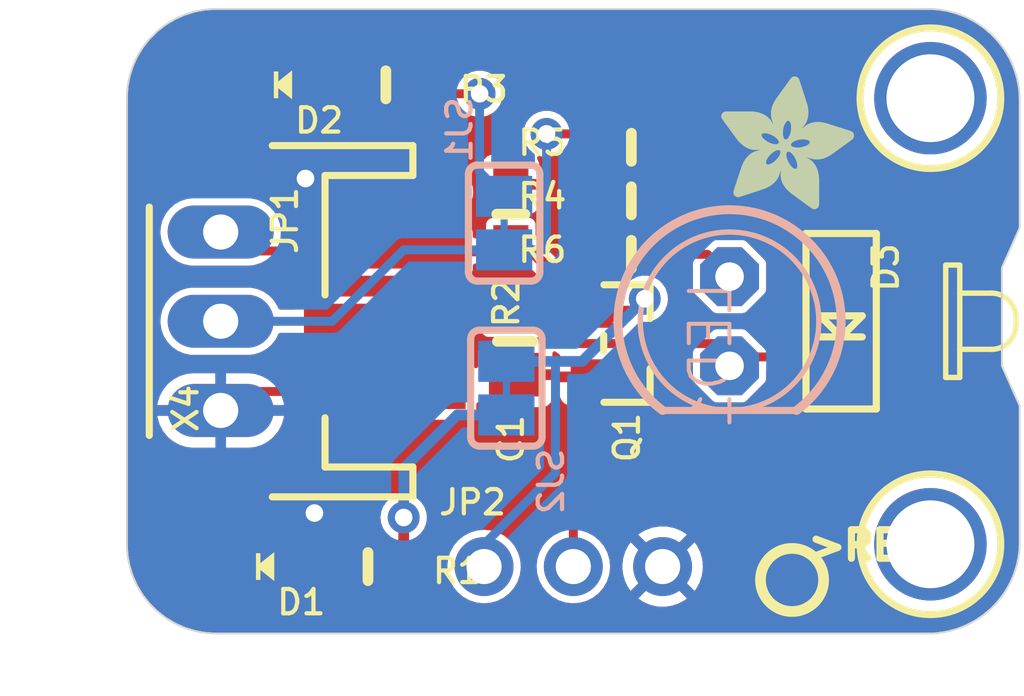
<source format=kicad_pcb>
(kicad_pcb (version 20211014) (generator pcbnew)
  (layers (0 "F.Cu" signal) (1 "In1.Cu" signal) (2 "In2.Cu" signal) (3 "In3.Cu" signal) (4 "In4.Cu" signal) (5 "In5.Cu" signal) (6 "In6.Cu" signal) (7 "In7.Cu" signal) (8 "In8.Cu" signal) (9 "In9.Cu" signal) (10 "In10.Cu" signal) (11 "In11.Cu" signal) (12 "In12.Cu" signal) (13 "In13.Cu" signal) (14 "In14.Cu" signal) (31 "B.Cu" signal) (34 "B.Paste" user) (35 "F.Paste" user) (36 "B.SilkS" user "B.Silkscreen") (37 "F.SilkS" user "F.Silkscreen") (38 "B.Mask" user) (39 "F.Mask" user) (44 "Edge.Cuts" user))
  (net 0 "")
  (net 1 "GND")
  (net 2 "SIGNAL")
  (net 3 "N$26")
  (net 4 "VIN")
  (net 5 "N$1")
  (net 6 "N$3")
  (net 7 "N$2")
  (net 8 "N$4")
  (net 9 "N$5")
  (net 10 "N$6")
  (net 11 "N$7")
  (footprint "eagleBoard:0603-NO" (layer "F.Cu") (at 143.1671 98.2726)
    (fp_text reference "R3" (at 2.032 0.127) (layer "F.SilkS") (effects (font (size 0.692831 0.692831) (thickness 0.119969)) (justify left)))
    (fp_text value "33K")
    (pad "1" smd rect (at -0.85 0) (size 1.075 1) (layers "F.Cu" "F.Paste" "F.Mask") (net 3 "N$26"))
    (pad "2" smd rect (at 0.85 0) (size 1.075 1) (layers "F.Cu" "F.Paste" "F.Mask") (net 5 "N$1"))
  )
  (footprint "eagleBoard:CHIPLED_1206" (layer "F.Cu") (at 156.1211 105.0036 180)
    (fp_text reference "D3" (at -1.27 2.286 90) (layer "F.SilkS") (effects (font (size 0.692831 0.692831) (thickness 0.119969)) (justify right)))
    (fp_text value "1206 IR 940nm")
    (pad "A" smd rect (at 0 1.496 180) (size 1.5 1.5) (layers "F.Cu" "F.Paste" "F.Mask") (net 9 "N$5"))
    (pad "C" smd rect (at 0 -1.496 180) (size 1.5 1.5) (layers "F.Cu" "F.Paste" "F.Mask") (net 8 "N$4"))
  )
  (footprint "eagleBoard:ADAFRUIT_3.5MM" (layer "F.Cu") (at 152.6921 101.8286)
    (fp_text reference "U$10" hide)
    (fp_text value "" hide)
  )
  (footprint "eagleBoard:PLABEL3" (layer "F.Cu") (at 146.8501 99.4156)
    (fp_text reference "PLABEL3" hide)
    (fp_text value "" hide)
  )
  (footprint "eagleBoard:0603-NO" (layer "F.Cu") (at 146.7231 101.9556 -90)
    (fp_text reference "R2" (at 1.778 0.127 90) (layer "F.SilkS") (effects (font (size 0.692831 0.692831) (thickness 0.119969)) (justify right)))
    (fp_text value "10K")
    (pad "1" smd rect (at -0.85 0 270) (size 1.075 1) (layers "F.Cu" "F.Paste" "F.Mask") (net 1 "GND"))
    (pad "2" smd rect (at 0.85 0 270) (size 1.075 1) (layers "F.Cu" "F.Paste" "F.Mask") (net 2 "SIGNAL"))
  )
  (footprint "eagleBoard:PLABEL0" (layer "F.Cu") (at 136.4361 98.7806)
    (fp_text reference "PLABEL0" hide)
    (fp_text value "" hide)
  )
  (footprint "eagleBoard:CHIPLED_0603_NOOUTLINE" (layer "F.Cu") (at 139.7381 111.9886 90)
    (fp_text reference "D1" (at -1.016 1.778) (layer "F.SilkS") (effects (font (size 0.692831 0.692831) (thickness 0.119969)) (justify right)))
    (fp_text value "RED")
    (pad "A" smd rect (at 0 0.75 90) (size 0.8 0.8) (layers "F.Cu" "F.Paste" "F.Mask") (net 7 "N$2"))
    (pad "C" smd rect (at 0 -0.75 90) (size 0.8 0.8) (layers "F.Cu" "F.Paste" "F.Mask") (net 1 "GND"))
  )
  (footprint "eagleBoard:PLABEL2" (layer "F.Cu") (at 145.4531 110.9726)
    (fp_text reference "PLABEL2" hide)
    (fp_text value "" hide)
  )
  (footprint "eagleBoard:1X03_ROUND" (layer "F.Cu") (at 148.5011 111.9886)
    (fp_text reference "JP2" (at -3.8862 -1.8288) (layer "F.SilkS") (effects (font (size 0.692831 0.692831) (thickness 0.119969)) (justify left)))
    (fp_text value "0.1\" Header")
    (pad "1" thru_hole circle (at -2.54 0 90) (size 1.6764 1.6764) (drill 1) (layers *.Cu *.Mask) (net 2 "SIGNAL"))
    (pad "2" thru_hole circle (at 0 0 90) (size 1.6764 1.6764) (drill 1) (layers *.Cu *.Mask) (net 4 "VIN"))
    (pad "3" thru_hole circle (at 2.54 0 90) (size 1.6764 1.6764) (drill 1) (layers *.Cu *.Mask) (net 1 "GND"))
  )
  (footprint "eagleBoard:MOUNTINGHOLE_2.5_PLATED" (layer "F.Cu") (at 158.6611 111.3536)
    (fp_text reference "U$1" hide)
    (fp_text value "MOUNTINGHOLE2.5" hide)
    (pad "P$1" thru_hole circle (at 0 0) (size 3.2 3.2) (drill 2.5) (layers *.Cu *.Mask))
    (zone (net 0) (net_name "") (layer "F.Cu") (connect_pads (clearance 0)) (min_thickness 0.254)
      (keepout (tracks not_allowed) (vias not_allowed) (pads not_allowed) (copperpour not_allowed) (footprints allowed))
      (fill (thermal_gap 0.508) (thermal_bridge_width 0.508))
      (polygon (pts (xy 160.6771 111.3536) (xy 160.646472 111.003525) (xy 160.55552 110.664087) (xy 160.407007 110.3456) (xy 160.205446 110.05774) (xy 159.95696 109.809254) (xy 159.6691 109.607693) (xy 159.350613 109.45918) (xy 159.011175 109.368228) (xy 158.6611 109.3376) (xy 158.311025 109.368228) (xy 157.971587 109.45918) (xy 157.6531 109.607693) (xy 157.36524 109.809254) (xy 157.116754 110.05774) (xy 156.915193 110.3456) (xy 156.76668 110.664087) (xy 156.675728 111.003525) (xy 156.6451 111.3536) (xy 156.675728 111.703675) (xy 156.76668 112.043113) (xy 156.915193 112.3616) (xy 157.116754 112.64946) (xy 157.36524 112.897946) (xy 157.6531 113.099507) (xy 157.971587 113.24802) (xy 158.311025 113.338972) (xy 158.6611 113.3696) (xy 159.011175 113.338972) (xy 159.350613 113.24802) (xy 159.6691 113.099507) (xy 159.95696 112.897946) (xy 160.205446 112.64946) (xy 160.407007 112.3616) (xy 160.55552 112.043113) (xy 160.646472 111.703675)))
      (polygon (pts (xy 158.6451 111.3536) (xy 158.645343 111.356378) (xy 158.646065 111.359072) (xy 158.647244 111.3616) (xy 158.648843 111.363885) (xy 158.650815 111.365857) (xy 158.6531 111.367456) (xy 158.655628 111.368635) (xy 158.658322 111.369357) (xy 158.6611 111.3696) (xy 158.663878 111.369357) (xy 158.666572 111.368635) (xy 158.6691 111.367456) (xy 158.671385 111.365857) (xy 158.673357 111.363885) (xy 158.674956 111.3616) (xy 158.676135 111.359072) (xy 158.676857 111.356378) (xy 158.6771 111.3536) (xy 158.676857 111.350822) (xy 158.676135 111.348128) (xy 158.674956 111.3456) (xy 158.673357 111.343315) (xy 158.671385 111.341343) (xy 158.6691 111.339744) (xy 158.666572 111.338565) (xy 158.663878 111.337843) (xy 158.6611 111.3376) (xy 158.658322 111.337843) (xy 158.655628 111.338565) (xy 158.6531 111.339744) (xy 158.650815 111.341343) (xy 158.648843 111.343315) (xy 158.647244 111.3456) (xy 158.646065 111.348128) (xy 158.645343 111.350822)))
    )
    (zone (net 0) (net_name "") (layer "B.Cu") (connect_pads (clearance 0)) (min_thickness 0.254)
      (keepout (tracks not_allowed) (vias not_allowed) (pads not_allowed) (copperpour not_allowed) (footprints allowed))
      (fill (thermal_gap 0.508) (thermal_bridge_width 0.508))
      (polygon (pts (xy 160.6771 111.3536) (xy 160.646472 111.003525) (xy 160.55552 110.664087) (xy 160.407007 110.3456) (xy 160.205446 110.05774) (xy 159.95696 109.809254) (xy 159.6691 109.607693) (xy 159.350613 109.45918) (xy 159.011175 109.368228) (xy 158.6611 109.3376) (xy 158.311025 109.368228) (xy 157.971587 109.45918) (xy 157.6531 109.607693) (xy 157.36524 109.809254) (xy 157.116754 110.05774) (xy 156.915193 110.3456) (xy 156.76668 110.664087) (xy 156.675728 111.003525) (xy 156.6451 111.3536) (xy 156.675728 111.703675) (xy 156.76668 112.043113) (xy 156.915193 112.3616) (xy 157.116754 112.64946) (xy 157.36524 112.897946) (xy 157.6531 113.099507) (xy 157.971587 113.24802) (xy 158.311025 113.338972) (xy 158.6611 113.3696) (xy 159.011175 113.338972) (xy 159.350613 113.24802) (xy 159.6691 113.099507) (xy 159.95696 112.897946) (xy 160.205446 112.64946) (xy 160.407007 112.3616) (xy 160.55552 112.043113) (xy 160.646472 111.703675)))
      (polygon (pts (xy 158.6451 111.3536) (xy 158.645343 111.356378) (xy 158.646065 111.359072) (xy 158.647244 111.3616) (xy 158.648843 111.363885) (xy 158.650815 111.365857) (xy 158.6531 111.367456) (xy 158.655628 111.368635) (xy 158.658322 111.369357) (xy 158.6611 111.3696) (xy 158.663878 111.369357) (xy 158.666572 111.368635) (xy 158.6691 111.367456) (xy 158.671385 111.365857) (xy 158.673357 111.363885) (xy 158.674956 111.3616) (xy 158.676135 111.359072) (xy 158.676857 111.356378) (xy 158.6771 111.3536) (xy 158.676857 111.350822) (xy 158.676135 111.348128) (xy 158.674956 111.3456) (xy 158.673357 111.343315) (xy 158.671385 111.341343) (xy 158.6691 111.339744) (xy 158.666572 111.338565) (xy 158.663878 111.337843) (xy 158.6611 111.3376) (xy 158.658322 111.337843) (xy 158.655628 111.338565) (xy 158.6531 111.339744) (xy 158.650815 111.341343) (xy 158.648843 111.343315) (xy 158.647244 111.3456) (xy 158.646065 111.348128) (xy 158.645343 111.350822)))
    )
  )
  (footprint "eagleBoard:MOUNTINGHOLE_2.5_PLATED" (layer "F.Cu") (at 158.6611 98.6536)
    (fp_text reference "U$8" hide)
    (fp_text value "MOUNTINGHOLE2.5" hide)
    (pad "P$1" thru_hole circle (at 0 0) (size 3.2 3.2) (drill 2.5) (layers *.Cu *.Mask))
    (zone (net 0) (net_name "") (layer "F.Cu") (connect_pads (clearance 0)) (min_thickness 0.254)
      (keepout (tracks not_allowed) (vias not_allowed) (pads not_allowed) (copperpour not_allowed) (footprints allowed))
      (fill (thermal_gap 0.508) (thermal_bridge_width 0.508))
      (polygon (pts (xy 160.6771 98.6536) (xy 160.646472 98.303525) (xy 160.55552 97.964087) (xy 160.407007 97.6456) (xy 160.205446 97.35774) (xy 159.95696 97.109254) (xy 159.6691 96.907693) (xy 159.350613 96.75918) (xy 159.011175 96.668228) (xy 158.6611 96.6376) (xy 158.311025 96.668228) (xy 157.971587 96.75918) (xy 157.6531 96.907693) (xy 157.36524 97.109254) (xy 157.116754 97.35774) (xy 156.915193 97.6456) (xy 156.76668 97.964087) (xy 156.675728 98.303525) (xy 156.6451 98.6536) (xy 156.675728 99.003675) (xy 156.76668 99.343113) (xy 156.915193 99.6616) (xy 157.116754 99.94946) (xy 157.36524 100.197946) (xy 157.6531 100.399507) (xy 157.971587 100.54802) (xy 158.311025 100.638972) (xy 158.6611 100.6696) (xy 159.011175 100.638972) (xy 159.350613 100.54802) (xy 159.6691 100.399507) (xy 159.95696 100.197946) (xy 160.205446 99.94946) (xy 160.407007 99.6616) (xy 160.55552 99.343113) (xy 160.646472 99.003675)))
      (polygon (pts (xy 158.6451 98.6536) (xy 158.645343 98.656378) (xy 158.646065 98.659072) (xy 158.647244 98.6616) (xy 158.648843 98.663885) (xy 158.650815 98.665857) (xy 158.6531 98.667456) (xy 158.655628 98.668635) (xy 158.658322 98.669357) (xy 158.6611 98.6696) (xy 158.663878 98.669357) (xy 158.666572 98.668635) (xy 158.6691 98.667456) (xy 158.671385 98.665857) (xy 158.673357 98.663885) (xy 158.674956 98.6616) (xy 158.676135 98.659072) (xy 158.676857 98.656378) (xy 158.6771 98.6536) (xy 158.676857 98.650822) (xy 158.676135 98.648128) (xy 158.674956 98.6456) (xy 158.673357 98.643315) (xy 158.671385 98.641343) (xy 158.6691 98.639744) (xy 158.666572 98.638565) (xy 158.663878 98.637843) (xy 158.6611 98.6376) (xy 158.658322 98.637843) (xy 158.655628 98.638565) (xy 158.6531 98.639744) (xy 158.650815 98.641343) (xy 158.648843 98.643315) (xy 158.647244 98.6456) (xy 158.646065 98.648128) (xy 158.645343 98.650822)))
    )
    (zone (net 0) (net_name "") (layer "B.Cu") (connect_pads (clearance 0)) (min_thickness 0.254)
      (keepout (tracks not_allowed) (vias not_allowed) (pads not_allowed) (copperpour not_allowed) (footprints allowed))
      (fill (thermal_gap 0.508) (thermal_bridge_width 0.508))
      (polygon (pts (xy 160.6771 98.6536) (xy 160.646472 98.303525) (xy 160.55552 97.964087) (xy 160.407007 97.6456) (xy 160.205446 97.35774) (xy 159.95696 97.109254) (xy 159.6691 96.907693) (xy 159.350613 96.75918) (xy 159.011175 96.668228) (xy 158.6611 96.6376) (xy 158.311025 96.668228) (xy 157.971587 96.75918) (xy 157.6531 96.907693) (xy 157.36524 97.109254) (xy 157.116754 97.35774) (xy 156.915193 97.6456) (xy 156.76668 97.964087) (xy 156.675728 98.303525) (xy 156.6451 98.6536) (xy 156.675728 99.003675) (xy 156.76668 99.343113) (xy 156.915193 99.6616) (xy 157.116754 99.94946) (xy 157.36524 100.197946) (xy 157.6531 100.399507) (xy 157.971587 100.54802) (xy 158.311025 100.638972) (xy 158.6611 100.6696) (xy 159.011175 100.638972) (xy 159.350613 100.54802) (xy 159.6691 100.399507) (xy 159.95696 100.197946) (xy 160.205446 99.94946) (xy 160.407007 99.6616) (xy 160.55552 99.343113) (xy 160.646472 99.003675)))
      (polygon (pts (xy 158.6451 98.6536) (xy 158.645343 98.656378) (xy 158.646065 98.659072) (xy 158.647244 98.6616) (xy 158.648843 98.663885) (xy 158.650815 98.665857) (xy 158.6531 98.667456) (xy 158.655628 98.668635) (xy 158.658322 98.669357) (xy 158.6611 98.6696) (xy 158.663878 98.669357) (xy 158.666572 98.668635) (xy 158.6691 98.667456) (xy 158.671385 98.665857) (xy 158.673357 98.663885) (xy 158.674956 98.6616) (xy 158.676135 98.659072) (xy 158.676857 98.656378) (xy 158.6771 98.6536) (xy 158.676857 98.650822) (xy 158.676135 98.648128) (xy 158.674956 98.6456) (xy 158.673357 98.643315) (xy 158.671385 98.641343) (xy 158.6691 98.639744) (xy 158.666572 98.638565) (xy 158.663878 98.637843) (xy 158.6611 98.6376) (xy 158.658322 98.637843) (xy 158.655628 98.638565) (xy 158.6531 98.639744) (xy 158.650815 98.641343) (xy 158.648843 98.643315) (xy 158.647244 98.6456) (xy 158.646065 98.648128) (xy 158.645343 98.650822)))
    )
  )
  (footprint "eagleBoard:0805-NO" (layer "F.Cu") (at 146.8501 105.5751 -90)
    (fp_text reference "C1" (at 2.032 0.127 90) (layer "F.SilkS") (effects (font (size 0.692831 0.692831) (thickness 0.119969)) (justify right)))
    (fp_text value "10uF")
    (pad "1" smd rect (at -0.95 0 270) (size 1.24 1.5) (layers "F.Cu" "F.Paste" "F.Mask") (net 4 "VIN"))
    (pad "2" smd rect (at 0.95 0 270) (size 1.24 1.5) (layers "F.Cu" "F.Paste" "F.Mask") (net 1 "GND"))
  )
  (footprint "eagleBoard:PLABEL1" (layer "F.Cu") (at 136.3091 112.3696)
    (fp_text reference "PLABEL1" hide)
    (fp_text value "" hide)
  )
  (footprint "eagleBoard:LED_1206_SIDE" (layer "F.Cu") (at 159.2961 105.0036 90)
    (fp_text reference "D4" hide)
    (fp_text value "1206 IR 940nm Side" hide)
    (pad "A" smd rect (at 1.4 0 90) (size 1 1) (layers "F.Cu" "F.Paste" "F.Mask") (net 10 "N$6"))
    (pad "C" smd rect (at -1.4 0 90) (size 1 1) (layers "F.Cu" "F.Paste" "F.Mask") (net 8 "N$4"))
    (pad "MT" smd rect (at 0 -0.3 90) (size 0.6 0.6) (layers "F.Cu" "F.Paste" "F.Mask"))
  )
  (footprint "eagleBoard:0603-NO" (layer "F.Cu") (at 150.1521 103.0986 180)
    (fp_text reference "R6" (at 1.778 0.127) (layer "F.SilkS") (effects (font (size 0.692831 0.692831) (thickness 0.119969)) (justify right)))
    (fp_text value "22")
    (pad "1" smd rect (at -0.85 0 180) (size 1.075 1) (layers "F.Cu" "F.Paste" "F.Mask") (net 11 "N$7"))
    (pad "2" smd rect (at 0.85 0 180) (size 1.075 1) (layers "F.Cu" "F.Paste" "F.Mask") (net 4 "VIN"))
  )
  (footprint "eagleBoard:JSTPH3" (layer "F.Cu") (at 140.4366 105.0036 90)
    (fp_text reference "X4" (at -3.2225 -2.9685 90) (layer "F.SilkS") (effects (font (size 0.692831 0.692831) (thickness 0.119969)) (justify left)))
    (fp_text value "JST PH 3")
    (pad "1" smd rect (at -2 2.7 90) (size 1 4.6) (layers "F.Cu" "F.Paste" "F.Mask") (net 1 "GND"))
    (pad "2" smd rect (at 0 2.7 90) (size 1 4.6) (layers "F.Cu" "F.Paste" "F.Mask") (net 4 "VIN"))
    (pad "3" smd rect (at 2 2.7 90) (size 1 4.6) (layers "F.Cu" "F.Paste" "F.Mask") (net 2 "SIGNAL"))
    (pad "NC1" smd rect (at -4.4 -2.5 180) (size 3.4 1.6) (layers "F.Cu" "F.Paste" "F.Mask"))
    (pad "NC2" smd rect (at 4.4 -2.5 180) (size 3.4 1.6) (layers "F.Cu" "F.Paste" "F.Mask"))
  )
  (footprint "eagleBoard:0603-NO" (layer "F.Cu") (at 142.6591 111.9886)
    (fp_text reference "R1" (at 1.778 0.127) (layer "F.SilkS") (effects (font (size 0.692831 0.692831) (thickness 0.119969)) (justify left)))
    (fp_text value "10K")
    (pad "1" smd rect (at -0.85 0) (size 1.075 1) (layers "F.Cu" "F.Paste" "F.Mask") (net 7 "N$2"))
    (pad "2" smd rect (at 0.85 0) (size 1.075 1) (layers "F.Cu" "F.Paste" "F.Mask") (net 6 "N$3"))
  )
  (footprint "eagleBoard:0603-NO" (layer "F.Cu") (at 150.1521 101.5746 180)
    (fp_text reference "R4" (at 1.778 0.127) (layer "F.SilkS") (effects (font (size 0.692831 0.692831) (thickness 0.119969)) (justify right)))
    (fp_text value "22")
    (pad "1" smd rect (at -0.85 0 180) (size 1.075 1) (layers "F.Cu" "F.Paste" "F.Mask") (net 9 "N$5"))
    (pad "2" smd rect (at 0.85 0 180) (size 1.075 1) (layers "F.Cu" "F.Paste" "F.Mask") (net 4 "VIN"))
  )
  (footprint "eagleBoard:FIDUCIAL_1MM" (layer "F.Cu") (at 144.9451 101.3206)
    (fp_text reference "FID2" hide)
    (fp_text value "FIDUCIAL_1MM" hide)
    (pad "1" smd roundrect (at 0 0) (size 1 1) (layers "F.Cu" "F.Mask") (roundrect_rratio 0.5))
  )
  (footprint "eagleBoard:CHIPLED_0603_NOOUTLINE" (layer "F.Cu") (at 140.2461 98.2726 90)
    (fp_text reference "D2" (at -1.016 1.778) (layer "F.SilkS") (effects (font (size 0.692831 0.692831) (thickness 0.119969)) (justify right)))
    (fp_text value "GREEN")
    (pad "A" smd rect (at 0 0.75 90) (size 0.8 0.8) (layers "F.Cu" "F.Paste" "F.Mask") (net 3 "N$26"))
    (pad "C" smd rect (at 0 -0.75 90) (size 0.8 0.8) (layers "F.Cu" "F.Paste" "F.Mask") (net 1 "GND"))
  )
  (footprint "eagleBoard:SOT23-WIDE" (layer "F.Cu") (at 150.0251 105.6386 -90)
    (fp_text reference "Q1" (at 1.905 0 90) (layer "F.SilkS") (effects (font (size 0.692831 0.692831) (thickness 0.119969)) (justify right)))
    (fp_text value "AO3406")
    (pad "1" smd rect (at -0.95 1 270) (size 1 1.2) (layers "F.Cu" "F.Paste" "F.Mask") (net 2 "SIGNAL"))
    (pad "2" smd rect (at 0.95 1 270) (size 1 1.2) (layers "F.Cu" "F.Paste" "F.Mask") (net 1 "GND"))
    (pad "3" smd rect (at 0 -1 270) (size 1 1.2) (layers "F.Cu" "F.Paste" "F.Mask") (net 8 "N$4"))
  )
  (footprint "eagleBoard:PCBFEAT-REV-040" (layer "F.Cu") (at 154.7241 112.3696 180)
    (fp_text reference "U$5" hide)
    (fp_text value "" hide)
    (fp_text user ">REV" (at -0.3556 0.508 180) (layer "F.SilkS") (effects (font (size 0.8128 0.8128) (thickness 0.2032)) (justify left bottom)))
  )
  (footprint "eagleBoard:0603-NO" (layer "F.Cu") (at 150.1521 100.0506 180)
    (fp_text reference "R5" (at 1.778 0.127) (layer "F.SilkS") (effects (font (size 0.692831 0.692831) (thickness 0.119969)) (justify right)))
    (fp_text value "22")
    (pad "1" smd rect (at -0.85 0 180) (size 1.075 1) (layers "F.Cu" "F.Paste" "F.Mask") (net 10 "N$6"))
    (pad "2" smd rect (at 0.85 0 180) (size 1.075 1) (layers "F.Cu" "F.Paste" "F.Mask") (net 4 "VIN"))
  )
  (footprint "eagleBoard:1X03_OVAL" (layer "F.Cu") (at 138.4681 105.0036 -90)
    (fp_text reference "JP1" (at -3.8862 -1.8288 90) (layer "F.SilkS") (effects (font (size 0.692831 0.692831) (thickness 0.119969)) (justify right)))
    (fp_text value "0.1\" Header")
    (pad "1" thru_hole oval (at -2.54 0) (size 3.016 1.508) (drill 1) (layers *.Cu *.Mask) (net 2 "SIGNAL"))
    (pad "2" thru_hole oval (at 0 0) (size 3.016 1.508) (drill 1) (layers *.Cu *.Mask) (net 4 "VIN"))
    (pad "3" thru_hole oval (at 2.54 0) (size 3.016 1.508) (drill 1) (layers *.Cu *.Mask) (net 1 "GND"))
  )
  (footprint "eagleBoard:FIDUCIAL_1MM" (layer "F.Cu") (at 160.2486 108.4961)
    (fp_text reference "FID3" hide)
    (fp_text value "FIDUCIAL_1MM" hide)
    (pad "1" smd roundrect (at 0 0) (size 1 1) (layers "F.Cu" "F.Mask") (roundrect_rratio 0.5))
  )
  (footprint "eagleBoard:PLABEL9" (layer "B.Cu") (at 140.2461 107.5436 180)
    (fp_text reference "PLABEL9" hide)
    (fp_text value "" hide)
  )
  (footprint "eagleBoard:PLABEL7" (layer "B.Cu") (at 140.2461 102.4636 180)
    (fp_text reference "PLABEL7" hide)
    (fp_text value "" hide)
  )
  (footprint "eagleBoard:PLABEL11" (layer "B.Cu") (at 137.8331 99.6696 180)
    (fp_text reference "PLABEL11" hide)
    (fp_text value "" hide)
  )
  (footprint "eagleBoard:PLABEL6" (layer "B.Cu") (at 147.8661 103.3526 90)
    (fp_text reference "PLABEL6" hide)
    (fp_text value "" hide)
  )
  (footprint "eagleBoard:PLABEL4" (layer "B.Cu") (at 156.7561 108.8136 90)
    (fp_text reference "PLABEL4" hide)
    (fp_text value "" hide)
  )
  (footprint "eagleBoard:PLABEL13" (layer "B.Cu") (at 147.2311 110.4646 180)
    (fp_text reference "PLABEL13" hide)
    (fp_text value "" hide)
  )
  (footprint "eagleBoard:PLABEL8" (layer "B.Cu") (at 140.2461 105.0036 180)
    (fp_text reference "PLABEL8" hide)
    (fp_text value "" hide)
  )
  (footprint "eagleBoard:SOLDERJUMPER_CLOSEDWIRE" (layer "B.Cu") (at 146.5961 106.9086 90)
    (fp_text reference "SJ2" (at -1.651 1.27 90) (layer "B.SilkS") (effects (font (size 0.692831 0.692831) (thickness 0.119969)) (justify left mirror)))
    (fp_text value "")
    (pad "1" smd rect (at -0.762 0 90) (size 1.1684 1.6002) (layers "B.Cu") (net 6 "N$3"))
    (pad "2" smd rect (at 0.762 0 90) (size 1.1684 1.6002) (layers "B.Cu") (net 2 "SIGNAL"))
    (pad "WIRE" smd rect (at 0 0 270) (size 0.635 0.2032) (layers "B.Cu"))
  )
  (footprint "eagleBoard:SOLDERJUMPER_CLOSEDWIRE" (layer "B.Cu") (at 146.5326 102.2096 -90)
    (fp_text reference "SJ1" (at -1.651 1.27 -270) (layer "B.SilkS") (effects (font (size 0.692831 0.692831) (thickness 0.119969)) (justify right mirror)))
    (fp_text value "")
    (pad "1" smd rect (at -0.762 0 270) (size 1.1684 1.6002) (layers "B.Cu") (net 5 "N$1"))
    (pad "2" smd rect (at 0.762 0 270) (size 1.1684 1.6002) (layers "B.Cu") (net 4 "VIN"))
    (pad "WIRE" smd rect (at 0 0 90) (size 0.635 0.2032) (layers "B.Cu"))
  )
  (footprint "eagleBoard:PLABEL00" (layer "B.Cu") (at 145.1991 110.4646 180)
    (fp_text reference "PLABEL00" hide)
    (fp_text value "" hide)
  )
  (footprint "eagleBoard:PLABEL5" (layer "B.Cu") (at 148.2471 108.0516 90)
    (fp_text reference "PLABEL5" hide)
    (fp_text value "" hide)
  )
  (footprint "eagleBoard:PLABEL10" (layer "B.Cu") (at 137.5791 97.2566 180)
    (fp_text reference "PLABEL10" hide)
    (fp_text value "" hide)
  )
  (footprint "eagleBoard:PLABEL14" (layer "B.Cu") (at 149.7711 110.4646 180)
    (fp_text reference "PLABEL14" hide)
    (fp_text value "" hide)
  )
  (footprint "eagleBoard:LED5MM" (layer "B.Cu") (at 152.9461 105.0036 -90)
    (fp_text reference "LED1" (at 3.175 0.5334 -270) (layer "B.SilkS") (effects (font (size 1.1557 1.1557) (thickness 0.1143)) (justify right mirror)))
    (fp_text value "5mm")
    (pad "A" thru_hole roundrect (at -1.27 0 270) (size 1.6764 1.6764) (drill 0.8128) (layers *.Cu *.Mask) (chamfer_ratio 0.2928932188) (chamfer top_left top_right bottom_left bottom_right) (net 11 "N$7"))
    (pad "K" thru_hole roundrect (at 1.27 0 270) (size 1.6764 1.6764) (drill 0.8128) (layers *.Cu *.Mask) (chamfer_ratio 0.2928932188) (chamfer top_left top_right bottom_left bottom_right) (net 8 "N$4"))
  )
  (gr_line (start 160.6931 103.4796) (end 161.2011 102.3366) (layer "Edge.Cuts") (width 0.05))
  (gr_arc (start 138.3411 113.8936) (mid 136.545049 113.149651) (end 135.8011 111.3536) (layer "Edge.Cuts") (width 0.05))
  (gr_arc (start 161.2011 111.3536) (mid 160.393651 113.175954) (end 158.5341 113.8936) (layer "Edge.Cuts") (width 0.05))
  (gr_line (start 161.2011 107.4166) (end 160.6931 106.2736) (layer "Edge.Cuts") (width 0.05))
  (gr_line (start 161.2011 111.3536) (end 161.2011 107.4166) (layer "Edge.Cuts") (width 0.05))
  (gr_line (start 160.6931 106.2736) (end 160.6931 103.4796) (layer "Edge.Cuts") (width 0.05))
  (gr_arc (start 135.8011 98.6536) (mid 136.545049 96.857549) (end 138.3411 96.1136) (layer "Edge.Cuts") (width 0.05))
  (gr_line (start 135.8011 98.6536) (end 135.8011 111.3536) (layer "Edge.Cuts") (width 0.05))
  (gr_arc (start 158.5341 96.1136) (mid 160.393651 96.831246) (end 161.2011 98.6536) (layer "Edge.Cuts") (width 0.05))
  (gr_line (start 161.2011 102.3366) (end 161.2011 98.6536) (layer "Edge.Cuts") (width 0.05))
  (gr_line (start 158.5341 96.1136) (end 138.3411 96.1136) (layer "Edge.Cuts") (width 0.05))
  (gr_line (start 138.3411 113.8936) (end 158.5341 113.8936) (layer "Edge.Cuts") (width 0.05))
  (segment (start 139.0081 107.0036) (end 138.4681 107.5436) (width 0.254) (layer "F.Cu") (net 1))
  (segment (start 143.1366 107.0036) (end 139.0081 107.0036) (width 0.254) (layer "F.Cu") (net 1))
  (via (at 140.8811 100.9396) (size 0.9064) (drill 0.5) (layers "F.Cu" "B.Cu") (net 1))
  (via (at 141.1351 110.4646) (size 0.9064) (drill 0.5) (layers "F.Cu" "B.Cu") (net 1))
  (segment (start 143.1366 103.0036) (end 139.0081 103.0036) (width 0.254) (layer "F.Cu") (net 2))
  (segment (start 146.7231 102.8056) (end 146.7231 103.0036) (width 0.3048) (layer "F.Cu") (net 2))
  (segment (start 149.1712 104.8727) (end 147.1041 102.8056) (width 0.3048) (layer "F.Cu") (net 2))
  (segment (start 146.7231 102.8056) (end 147.1041 102.8056) (width 0.3048) (layer "F.Cu") (net 2))
  (segment (start 150.5331 104.3647) (end 150.2092 104.6886) (width 0.254) (layer "F.Cu") (net 2))
  (segment (start 150.0251 104.8727) (end 149.1712 104.8727) (width 0.3048) (layer "F.Cu") (net 2))
  (segment (start 139.0081 103.0036) (end 138.4681 102.4636) (width 0.254) (layer "F.Cu") (net 2))
  (segment (start 143.1366 103.0036) (end 146.7231 103.0036) (width 0.3048) (layer "F.Cu") (net 2))
  (segment (start 150.2092 104.6886) (end 149.0251 104.6886) (width 0.254) (layer "F.Cu") (net 2))
  (segment (start 150.0251 104.8727) (end 150.5331 104.3647) (width 0.3048) (layer "F.Cu") (net 2))
  (via (at 150.5331 104.3647) (size 0.9064) (drill 0.5) (layers "F.Cu" "B.Cu") (net 2))
  (segment (start 147.9931 109.3216) (end 147.9931 106.1466) (width 0.254) (layer "B.Cu") (net 2))
  (segment (start 147.9931 106.1466) (end 148.7512 106.1466) (width 0.3048) (layer "B.Cu") (net 2))
  (segment (start 145.9611 111.9886) (end 145.9611 111.3536) (width 0.254) (layer "B.Cu") (net 2))
  (segment (start 150.5331 104.3647) (end 148.7512 106.1466) (width 0.3048) (layer "B.Cu") (net 2))
  (segment (start 145.9611 111.3536) (end 147.9931 109.3216) (width 0.254) (layer "B.Cu") (net 2))
  (segment (start 146.5961 106.1466) (end 147.9931 106.1466) (width 0.3048) (layer "B.Cu") (net 2))
  (segment (start 140.9961 98.2726) (end 142.3171 98.2726) (width 0.254) (layer "F.Cu") (net 3))
  (segment (start 147.7391 105.1331) (end 147.3581 105.1331) (width 0.254) (layer "F.Cu") (net 4))
  (segment (start 150.0949 108.4898) (end 150.0949 105.8354) (width 0.254) (layer "F.Cu") (net 4))
  (segment (start 147.2286 105.0036) (end 147.3581 105.1331) (width 0.254) (layer "F.Cu") (net 4))
  (segment (start 149.8981 105.6386) (end 148.2446 105.6386) (width 0.254) (layer "F.Cu") (net 4))
  (segment (start 147.3581 105.1331) (end 147.2311 105.1331) (width 0.254) (layer "F.Cu") (net 4))
  (segment (start 148.9211 99.6696) (end 147.7391 99.6696) (width 0.254) (layer "F.Cu") (net 4))
  (segment (start 143.1366 105.0036) (end 147.2286 105.0036) (width 0.254) (layer "F.Cu") (net 4))
  (segment (start 150.0949 105.8354) (end 149.8981 105.6386) (width 0.254) (layer "F.Cu") (net 4))
  (segment (start 148.2446 105.6386) (end 147.7391 105.1331) (width 0.254) (layer "F.Cu") (net 4))
  (segment (start 149.3021 100.0506) (end 149.3021 101.5746) (width 0.254) (layer "F.Cu") (net 4))
  (segment (start 149.3021 101.5746) (end 149.3021 103.0986) (width 0.254) (layer "F.Cu") (net 4))
  (segment (start 148.5011 110.0836) (end 150.0949 108.4898) (width 0.254) (layer "F.Cu") (net 4))
  (segment (start 146.7231 104.6251) (end 146.8501 104.6251) (width 0.254) (layer "F.Cu") (net 4))
  (segment (start 148.5011 111.9886) (end 148.5011 110.0836) (width 0.254) (layer "F.Cu") (net 4))
  (segment (start 147.2311 105.1331) (end 146.7231 104.6251) (width 0.254) (layer "F.Cu") (net 4))
  (segment (start 138.4681 105.0036) (end 143.1366 105.0036) (width 0.254) (layer "F.Cu") (net 4))
  (segment (start 149.3021 100.0506) (end 148.9211 99.6696) (width 0.254) (layer "F.Cu") (net 4))
  (via (at 147.7391 99.6696) (size 0.9064) (drill 0.5) (layers "F.Cu" "B.Cu") (net 4))
  (segment (start 146.5326 102.9716) (end 143.6751 102.9716) (width 0.254) (layer "B.Cu") (net 4))
  (segment (start 147.7391 99.6696) (end 147.7391 102.9716) (width 0.254) (layer "B.Cu") (net 4))
  (segment (start 143.6751 102.9716) (end 141.6431 105.0036) (width 0.254) (layer "B.Cu") (net 4))
  (segment (start 146.5326 102.9716) (end 147.7391 102.9716) (width 0.254) (layer "B.Cu") (net 4))
  (segment (start 141.6431 105.0036) (end 138.4681 105.0036) (width 0.254) (layer "B.Cu") (net 4))
  (segment (start 145.8341 98.5266) (end 144.2711 98.5266) (width 0.254) (layer "F.Cu") (net 5))
  (segment (start 144.0171 98.2726) (end 144.2711 98.5266) (width 0.254) (layer "F.Cu") (net 5))
  (via (at 145.8341 98.5266) (size 0.9064) (drill 0.5) (layers "F.Cu" "B.Cu") (net 5))
  (segment (start 145.8341 100.7491) (end 146.5326 101.4476) (width 0.254) (layer "B.Cu") (net 5))
  (segment (start 145.8341 98.5266) (end 145.8341 100.7491) (width 0.254) (layer "B.Cu") (net 5))
  (segment (start 143.6751 110.5916) (end 143.6751 111.9886) (width 0.3048) (layer "F.Cu") (net 6))
  (segment (start 143.5091 111.9886) (end 143.6751 111.9886) (width 0.3048) (layer "F.Cu") (net 6))
  (via (at 143.6751 110.5916) (size 0.9064) (drill 0.5) (layers "F.Cu" "B.Cu") (net 6))
  (segment (start 143.6751 110.5916) (end 143.6751 109.1946) (width 0.3048) (layer "B.Cu") (net 6))
  (segment (start 146.5961 107.6706) (end 145.1991 107.6706) (width 0.3048) (layer "B.Cu") (net 6))
  (segment (start 145.1991 107.6706) (end 143.6751 109.1946) (width 0.3048) (layer "B.Cu") (net 6))
  (segment (start 141.8091 111.9886) (end 140.4881 111.9886) (width 0.3048) (layer "F.Cu") (net 7))
  (segment (start 152.9461 106.0196) (end 155.6411 106.0196) (width 0.254) (layer "F.Cu") (net 8))
  (segment (start 156.1211 106.4996) (end 159.2001 106.4996) (width 0.254) (layer "F.Cu") (net 8))
  (segment (start 152.9461 106.0196) (end 152.9461 105.6386) (width 0.254) (layer "F.Cu") (net 8))
  (segment (start 155.6411 106.0196) (end 156.1211 106.4996) (width 0.254) (layer "F.Cu") (net 8))
  (segment (start 151.0251 105.6386) (end 152.9461 105.6386) (width 0.254) (layer "F.Cu") (net 8))
  (segment (start 152.9461 106.2736) (end 152.9461 106.0196) (width 0.254) (layer "F.Cu") (net 8))
  (segment (start 159.2001 106.4996) (end 159.2961 106.4036) (width 0.254) (layer "F.Cu") (net 8))
  (segment (start 151.0021 101.5746) (end 154.1881 101.5746) (width 0.254) (layer "F.Cu") (net 9))
  (segment (start 154.1881 101.5746) (end 156.1211 103.5076) (width 0.254) (layer "F.Cu") (net 9))
  (segment (start 154.9781 100.0506) (end 158.5311 103.6036) (width 0.254) (layer "F.Cu") (net 10))
  (segment (start 151.0021 100.0506) (end 154.9781 100.0506) (width 0.254) (layer "F.Cu") (net 10))
  (segment (start 158.5311 103.6036) (end 159.2961 103.6036) (width 0.254) (layer "F.Cu") (net 10))
  (segment (start 152.3111 103.0986) (end 152.9461 103.7336) (width 0.254) (layer "F.Cu") (net 11))
  (segment (start 151.0021 103.0986) (end 152.3111 103.0986) (width 0.254) (layer "F.Cu") (net 11))
  (zone (net 1) (net_name "GND") (layer "F.Cu") (priority 6) (connect_pads (clearance 0.000001)) (min_thickness 0.127) (fill yes (thermal_gap 0.304) (thermal_bridge_width 0.304))
    (polygon (pts (xy 161.3281 114.0206) (xy 135.6741 114.0206) (xy 135.6741 95.9866) (xy 161.3281 95.9866)))
  )
  (zone (net 1) (net_name "GND") (layer "B.Cu") (priority 6) (connect_pads (clearance 0.000001)) (min_thickness 0.127) (fill yes (thermal_gap 0.304) (thermal_bridge_width 0.304))
    (polygon (pts (xy 161.3281 114.0206) (xy 135.6741 114.0206) (xy 135.6741 95.9866) (xy 161.3281 95.9866)))
  )
)
</source>
